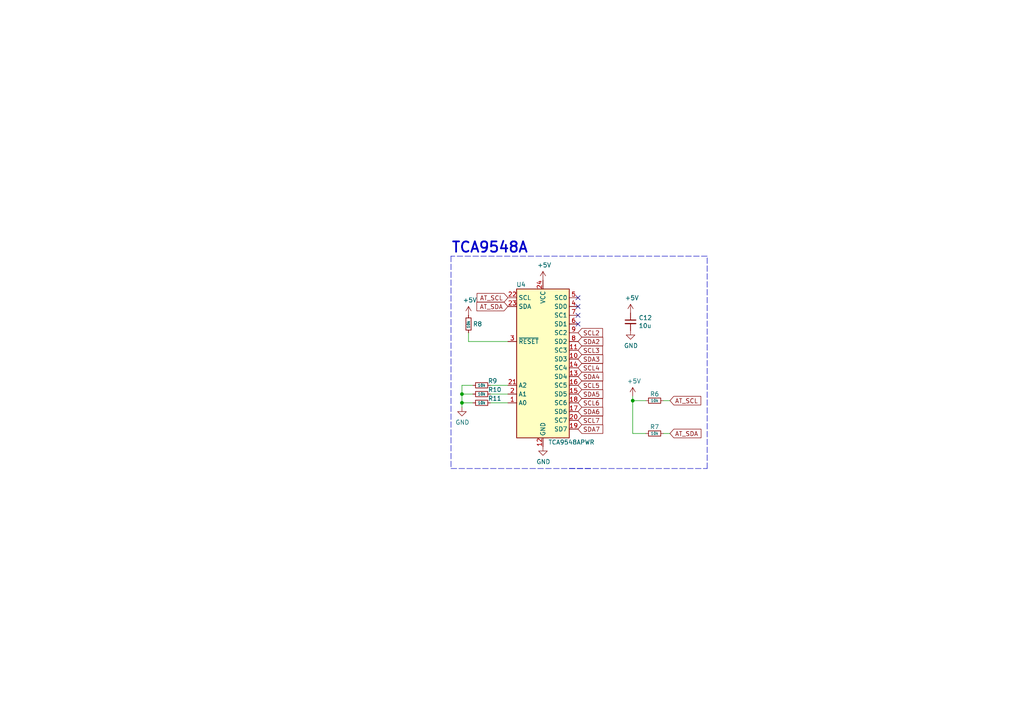
<source format=kicad_sch>
(kicad_sch (version 20211123) (generator eeschema)
  (paper "A4")
  (title_block (title "Robotska ruka") (date "2022-02-09") (rev "1") (company "TVZ"))
  (lib_symbols
    (symbol "Device:C_Small" (pin_numbers hide) (pin_names (offset 0.254) hide)
      (property "Reference" "C" (at 0.254 1.778 0))
      (property "Value" "C_Small" (at 0.254 -2.032 0))
      (symbol "C_Small_0_1"
        (polyline (pts (xy -1.524 -0.508) (xy 1.524 -0.508)) (stroke (width 0.3302)))
        (polyline (pts (xy -1.524 0.508) (xy 1.524 0.508)) (stroke (width 0.3048)))
      )
      (symbol "C_Small_1_1"
        (pin passive line (at 0 2.54 270) (length 2.032) (name "~") (number "1"))
        (pin passive line (at 0 -2.54 90) (length 2.032) (name "~") (number "2"))
      )
    )
    (symbol "Device:R_Small" (pin_numbers hide) (pin_names (offset 0.254) hide)
      (property "Reference" "R" (at 0.762 0.508 0))
      (property "Value" "R_Small" (at 0.762 -1.016 0))
      (symbol "R_Small_0_1"
        (rectangle (start -0.762 1.778) (end 0.762 -1.778) (stroke (width 0.2032)))
      )
      (symbol "R_Small_1_1"
        (pin passive line (at 0 2.54 270) (length 0.762) (name "~") (number "1"))
        (pin passive line (at 0 -2.54 90) (length 0.762) (name "~") (number "2"))
      )
    )
    (symbol "Interface_Expansion:TCA9548APWR"
      (property "Reference" "U" (at -7.62 21.59 0))
      (property "Value" "TCA9548APWR" (at 1.016 21.59 0))
      (symbol "TCA9548APWR_0_1"
        (rectangle (start -7.62 20.32) (end 7.62 -22.86) (stroke (width 0.254)) (fill (type background)))
      )
      (symbol "TCA9548APWR_1_1"
        (pin input line (at -10.16 -12.7 0) (length 2.54) (name "A0") (number "1"))
        (pin bidirectional line (at 10.16 0 180) (length 2.54) (name "SD3") (number "10"))
        (pin output line (at 10.16 2.54 180) (length 2.54) (name "SC3") (number "11"))
        (pin power_in line (at 0 -25.4 90) (length 2.54) (name "GND") (number "12"))
        (pin bidirectional line (at 10.16 -5.08 180) (length 2.54) (name "SD4") (number "13"))
        (pin output line (at 10.16 -2.54 180) (length 2.54) (name "SC4") (number "14"))
        (pin bidirectional line (at 10.16 -10.16 180) (length 2.54) (name "SD5") (number "15"))
        (pin output line (at 10.16 -7.62 180) (length 2.54) (name "SC5") (number "16"))
        (pin bidirectional line (at 10.16 -15.24 180) (length 2.54) (name "SD6") (number "17"))
        (pin output line (at 10.16 -12.7 180) (length 2.54) (name "SC6") (number "18"))
        (pin bidirectional line (at 10.16 -20.32 180) (length 2.54) (name "SD7") (number "19"))
        (pin input line (at -10.16 -10.16 0) (length 2.54) (name "A1") (number "2"))
        (pin output line (at 10.16 -17.78 180) (length 2.54) (name "SC7") (number "20"))
        (pin input line (at -10.16 -7.62 0) (length 2.54) (name "A2") (number "21"))
        (pin input line (at -10.16 17.78 0) (length 2.54) (name "SCL") (number "22"))
        (pin bidirectional line (at -10.16 15.24 0) (length 2.54) (name "SDA") (number "23"))
        (pin power_in line (at 0 22.86 270) (length 2.54) (name "VCC") (number "24"))
        (pin input line (at -10.16 5.08 0) (length 2.54) (name "~{RESET}") (number "3"))
        (pin bidirectional line (at 10.16 15.24 180) (length 2.54) (name "SD0") (number "4"))
        (pin output line (at 10.16 17.78 180) (length 2.54) (name "SC0") (number "5"))
        (pin bidirectional line (at 10.16 10.16 180) (length 2.54) (name "SD1") (number "6"))
        (pin output line (at 10.16 12.7 180) (length 2.54) (name "SC1") (number "7"))
        (pin bidirectional line (at 10.16 5.08 180) (length 2.54) (name "SD2") (number "8"))
        (pin output line (at 10.16 7.62 180) (length 2.54) (name "SC2") (number "9"))
      )
    )
    (symbol "power:+5V" (power) (pin_names (offset 0))
      (property "Value" "+5V" (at 0 3.556 0))
      (symbol "+5V_0_1"
        (polyline (pts (xy -0.762 1.27) (xy 0 2.54)))
        (polyline (pts (xy 0 0) (xy 0 2.54)))
        (polyline (pts (xy 0 2.54) (xy 0.762 1.27)))
      )
      (symbol "+5V_1_1"
        (pin power_in line (at 0 0 90) (length 0) hide (name "+5V") (number "1"))
      )
    )
    (symbol "power:GND" (power) (pin_names (offset 0))
      (property "Value" "GND" (at 0 -3.81 0))
      (symbol "GND_0_1"
        (polyline (pts (xy 0 0) (xy 0 -1.27) (xy 1.27 -1.27) (xy 0 -2.54) (xy -1.27 -1.27) (xy 0 -1.27)))
      )
      (symbol "GND_1_1"
        (pin power_in line (at 0 0 270) (length 0) hide (name "GND") (number "1"))
      )
    )
  )
  (junction (at 133.985 116.84))
  (junction (at 183.515 116.205))
  (junction (at 133.985 114.3))
  (no_connect (at 167.64 86.36))
  (no_connect (at 167.64 91.44))
  (no_connect (at 167.64 93.98))
  (no_connect (at 167.64 88.9))
  (wire (pts (xy 137.16 111.76) (xy 133.985 111.76)))
  (wire (pts (xy 183.515 114.935) (xy 183.515 116.205)))
  (wire (pts (xy 135.89 96.52) (xy 135.89 99.06)))
  (wire (pts (xy 183.515 116.205) (xy 187.325 116.205)))
  (wire (pts (xy 142.24 111.76) (xy 147.32 111.76)))
  (wire (pts (xy 183.515 125.73) (xy 183.515 116.205)))
  (wire (pts (xy 133.985 111.76) (xy 133.985 114.3)))
  (wire (pts (xy 133.985 114.3) (xy 133.985 116.84)))
  (wire (pts (xy 142.24 116.84) (xy 147.32 116.84)))
  (wire (pts (xy 135.89 99.06) (xy 147.32 99.06)))
  (wire (pts (xy 133.985 118.11) (xy 133.985 116.84)))
  (polyline (pts (xy 205.105 74.295) (xy 130.81 74.295)))
  (wire (pts (xy 147.32 114.3) (xy 142.24 114.3)))
  (wire (pts (xy 137.16 114.3) (xy 133.985 114.3)))
  (polyline (pts (xy 165.1 135.89) (xy 205.105 135.89)))
  (polyline (pts (xy 130.81 135.89) (xy 171.45 135.89)))
  (wire (pts (xy 192.405 116.205) (xy 194.31 116.205)))
  (polyline (pts (xy 130.81 74.295) (xy 130.81 135.89)))
  (wire (pts (xy 192.405 125.73) (xy 194.31 125.73)))
  (wire (pts (xy 133.985 116.84) (xy 137.16 116.84)))
  (wire (pts (xy 183.515 125.73) (xy 187.325 125.73)))
  (polyline (pts (xy 205.105 135.89) (xy 205.105 74.295)))
  (text "TCA9548A" (at 130.81 73.66 0) (effects (font (size 3 3) (thickness 0.508) bold) (justify left bottom)))
  (global_label "SCL6" (shape input) (at 167.64 116.84 0) (property "Intersheet References" "${INTERSHEET_REFS}" (effects hide)))
  (global_label "SDA2" (shape input) (at 167.64 99.06 0) (property "Intersheet References" "${INTERSHEET_REFS}" (effects hide)))
  (global_label "SCL5" (shape input) (at 167.64 111.76 0) (property "Intersheet References" "${INTERSHEET_REFS}" (effects hide)))
  (global_label "SCL7" (shape input) (at 167.64 121.92 0) (property "Intersheet References" "${INTERSHEET_REFS}" (effects hide)))
  (global_label "SDA3" (shape input) (at 167.64 104.14 0) (property "Intersheet References" "${INTERSHEET_REFS}" (effects hide)))
  (global_label "SDA6" (shape input) (at 167.64 119.38 0) (property "Intersheet References" "${INTERSHEET_REFS}" (effects hide)))
  (global_label "AT_SDA" (shape input) (at 147.32 88.9 180) (property "Intersheet References" "${INTERSHEET_REFS}" (effects hide)))
  (global_label "AT_SDA" (shape input) (at 194.31 125.73 0) (property "Intersheet References" "${INTERSHEET_REFS}" (effects hide)))
  (global_label "AT_SCL" (shape input) (at 147.32 86.36 180) (property "Intersheet References" "${INTERSHEET_REFS}" (effects hide)))
  (global_label "SDA4" (shape input) (at 167.64 109.22 0) (property "Intersheet References" "${INTERSHEET_REFS}" (effects hide)))
  (global_label "SDA5" (shape input) (at 167.64 114.3 0) (property "Intersheet References" "${INTERSHEET_REFS}" (effects hide)))
  (global_label "AT_SCL" (shape input) (at 194.31 116.205 0) (property "Intersheet References" "${INTERSHEET_REFS}" (effects hide)))
  (global_label "SCL4" (shape input) (at 167.64 106.68 0) (property "Intersheet References" "${INTERSHEET_REFS}" (effects hide)))
  (global_label "SCL2" (shape input) (at 167.64 96.52 0) (property "Intersheet References" "${INTERSHEET_REFS}" (effects hide)))
  (global_label "SCL3" (shape input) (at 167.64 101.6 0) (property "Intersheet References" "${INTERSHEET_REFS}" (effects hide)))
  (global_label "SDA7" (shape input) (at 167.64 124.46 0) (property "Intersheet References" "${INTERSHEET_REFS}" (effects hide)))
  (symbol (lib_id "Interface_Expansion:TCA9548APWR") (at 157.48 104.14 0) (unit 1)
    (property "Reference" "U4" (at 151.13 82.55 0))
    (property "Value" "TCA9548APWR" (at 165.735 128.27 0))
    (property "Footprint" "Package_SO:TSSOP-24_4.4x7.8mm_P0.65mm" (effects hide))
    (property "Datasheet" "http://www.ti.com/lit/ds/symlink/tca9548a.pdf" (effects hide))
  )
  (symbol (lib_id "power:+5V") (at 157.48 81.28 0) (unit 1)
    (property "Reference" "#PWR029" (effects hide))
    (property "Value" "+5V" (at 157.861 76.8858 0))
  )
  (symbol (lib_id "Device:R_Small") (at 135.89 93.98 0) (unit 1)
    (property "Reference" "R8" (at 137.16 93.98 0) (effects (justify left)))
    (property "Value" "10k" (at 135.89 95.25 90) (effects (font (size 0.7874 0.7874)) (justify left)))
    (property "Footprint" "Resistor_SMD:R_0805_2012Metric" (effects hide))
  )
  (symbol (lib_id "power:+5V") (at 135.89 91.44 0) (unit 1)
    (property "Reference" "#PWR028" (effects hide))
    (property "Value" "+5V" (at 136.271 87.0458 0))
  )
  (symbol (lib_id "power:+5V") (at 183.515 114.935 0) (unit 1)
    (property "Reference" "#PWR026" (effects hide))
    (property "Value" "+5V" (at 183.896 110.5408 0))
  )
  (symbol (lib_id "Device:R_Small") (at 189.865 116.205 90) (unit 1)
    (property "Reference" "R6" (at 189.865 114.3 90))
    (property "Value" "10k" (at 189.865 116.205 90) (effects (font (size 0.7874 0.7874))))
    (property "Footprint" "Resistor_SMD:R_0805_2012Metric" (effects hide))
  )
  (symbol (lib_id "Device:R_Small") (at 189.865 125.73 90) (unit 1)
    (property "Reference" "R7" (at 189.865 123.825 90))
    (property "Value" "10k" (at 189.865 125.73 90) (effects (font (size 0.7874 0.7874))))
    (property "Footprint" "Resistor_SMD:R_0805_2012Metric" (effects hide))
  )
  (symbol (lib_id "power:GND") (at 157.48 129.54 0) (unit 1)
    (property "Reference" "#PWR030" (effects hide))
    (property "Value" "GND" (at 157.607 133.9342 0))
  )
  (symbol (lib_id "Device:C_Small") (at 182.88 93.345 0) (unit 1)
    (property "Reference" "C12" (at 185.2168 92.1766 0) (effects (justify left)))
    (property "Value" "10u" (at 185.2168 94.488 0) (effects (justify left)))
    (property "Footprint" "Capacitor_SMD:C_0805_2012Metric" (effects hide))
  )
  (symbol (lib_id "power:+5V") (at 182.88 90.805 0) (unit 1)
    (property "Reference" "#PWR031" (effects hide))
    (property "Value" "+5V" (at 183.261 86.4108 0))
  )
  (symbol (lib_id "power:GND") (at 182.88 95.885 0) (unit 1)
    (property "Reference" "#PWR032" (effects hide))
    (property "Value" "GND" (at 183.007 100.2792 0))
  )
  (symbol (lib_id "Device:R_Small") (at 139.7 111.76 90) (unit 1)
    (property "Reference" "R9" (at 142.875 110.49 90))
    (property "Value" "10k" (at 139.7 111.76 90) (effects (font (size 0.7874 0.7874))))
    (property "Footprint" "Resistor_SMD:R_0805_2012Metric" (effects hide))
  )
  (symbol (lib_id "Device:R_Small") (at 139.7 114.3 90) (unit 1)
    (property "Reference" "R10" (at 143.51 113.03 90))
    (property "Value" "10k" (at 139.7 114.3 90) (effects (font (size 0.7874 0.7874))))
    (property "Footprint" "Resistor_SMD:R_0805_2012Metric" (effects hide))
  )
  (symbol (lib_id "Device:R_Small") (at 139.7 116.84 90) (unit 1)
    (property "Reference" "R11" (at 143.51 115.57 90))
    (property "Value" "10k" (at 139.7 116.84 90) (effects (font (size 0.7874 0.7874))))
    (property "Footprint" "Resistor_SMD:R_0805_2012Metric" (effects hide))
  )
  (symbol (lib_id "power:GND") (at 133.985 118.11 0) (unit 1)
    (property "Reference" "#PWR027" (effects hide))
    (property "Value" "GND" (at 134.112 122.5042 0))
  )
)
</source>
